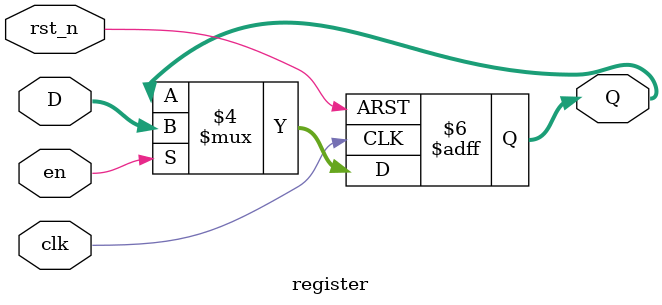
<source format=sv>
module register #(parameter int WIDTH = 32)
(
    input  logic                 clk,
    input  logic                 rst_n,
    input  logic                 en,
    input  logic [WIDTH - 1 : 0] D,
    output logic [WIDTH - 1 : 0] Q
);

always_ff@(posedge clk, negedge rst_n) begin
        if(!rst_n)              Q  <=  0;
        else if(en)             Q  <=  D;
        else                    Q  <=  Q;
end
endmodule

</source>
